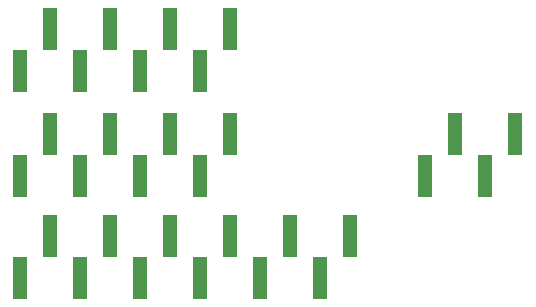
<source format=gtp>
G04 MADE WITH FRITZING*
G04 WWW.FRITZING.ORG*
G04 DOUBLE SIDED*
G04 HOLES PLATED*
G04 CONTOUR ON CENTER OF CONTOUR VECTOR*
%ASAXBY*%
%FSLAX23Y23*%
%MOIN*%
%OFA0B0*%
%SFA1.0B1.0*%
%ADD10R,0.051181X0.141823*%
%LNPASTEMASK1*%
G90*
G70*
G54D10*
X302Y889D03*
X402Y1031D03*
X502Y889D03*
X602Y1031D03*
X702Y889D03*
X802Y1031D03*
X902Y889D03*
X1002Y1031D03*
X1652Y541D03*
X1752Y682D03*
X1852Y541D03*
X1952Y682D03*
X302Y539D03*
X402Y681D03*
X502Y539D03*
X602Y681D03*
X702Y539D03*
X802Y681D03*
X902Y539D03*
X1002Y681D03*
X302Y199D03*
X402Y341D03*
X502Y199D03*
X602Y341D03*
X702Y199D03*
X802Y341D03*
X902Y199D03*
X1002Y341D03*
X1102Y199D03*
X1202Y341D03*
X1302Y199D03*
X1402Y341D03*
G04 End of PasteMask1*
M02*
</source>
